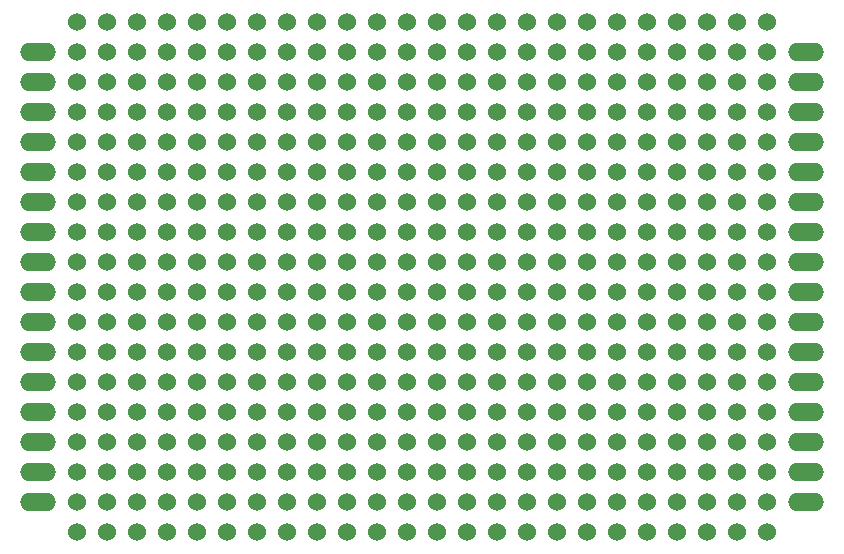
<source format=gbr>
%TF.GenerationSoftware,KiCad,Pcbnew,9.0.1*%
%TF.CreationDate,2025-05-06T23:50:29-04:00*%
%TF.ProjectId,classic-protoboard_18x24,636c6173-7369-4632-9d70-726f746f626f,rev?*%
%TF.SameCoordinates,Original*%
%TF.FileFunction,Copper,L1,Top*%
%TF.FilePolarity,Positive*%
%FSLAX46Y46*%
G04 Gerber Fmt 4.6, Leading zero omitted, Abs format (unit mm)*
G04 Created by KiCad (PCBNEW 9.0.1) date 2025-05-06 23:50:29*
%MOMM*%
%LPD*%
G01*
G04 APERTURE LIST*
%TA.AperFunction,SMDPad,CuDef*%
%ADD10O,3.048000X1.524000*%
%TD*%
%TA.AperFunction,ViaPad*%
%ADD11C,1.524000*%
%TD*%
G04 APERTURE END LIST*
D10*
%TO.P,REF\u002A\u002A,1*%
%TO.N,N/C*%
X170592000Y-80330000D03*
%TD*%
%TO.P,REF\u002A\u002A,1*%
%TO.N,N/C*%
X170592000Y-90490000D03*
%TD*%
%TO.P,REF\u002A\u002A,1*%
%TO.N,N/C*%
X105568000Y-95570000D03*
%TD*%
%TO.P,REF\u002A\u002A,1*%
%TO.N,N/C*%
X170592000Y-85410000D03*
%TD*%
%TO.P,REF\u002A\u002A,1*%
%TO.N,N/C*%
X105568000Y-87950000D03*
%TD*%
%TO.P,REF\u002A\u002A,1*%
%TO.N,N/C*%
X170592000Y-100650000D03*
%TD*%
%TO.P,REF\u002A\u002A,1*%
%TO.N,N/C*%
X170592000Y-82870000D03*
%TD*%
%TO.P,REF\u002A\u002A,1*%
%TO.N,N/C*%
X105568000Y-85410000D03*
%TD*%
%TO.P,REF\u002A\u002A,1*%
%TO.N,N/C*%
X105568000Y-105730000D03*
%TD*%
%TO.P,REF\u002A\u002A,1*%
%TO.N,N/C*%
X105568000Y-80330000D03*
%TD*%
%TO.P,REF\u002A\u002A,1*%
%TO.N,N/C*%
X170592000Y-103190000D03*
%TD*%
%TO.P,REF\u002A\u002A,1*%
%TO.N,N/C*%
X105568000Y-90490000D03*
%TD*%
%TO.P,REF\u002A\u002A,1*%
%TO.N,N/C*%
X170592000Y-93030000D03*
%TD*%
%TO.P,REF\u002A\u002A,1*%
%TO.N,N/C*%
X105568000Y-82870000D03*
%TD*%
%TO.P,REF\u002A\u002A,1*%
%TO.N,N/C*%
X170592000Y-87950000D03*
%TD*%
%TO.P,REF\u002A\u002A,1*%
%TO.N,N/C*%
X170592000Y-95570000D03*
%TD*%
%TO.P,REF\u002A\u002A,1*%
%TO.N,N/C*%
X105568000Y-103190000D03*
%TD*%
%TO.P,REF\u002A\u002A,1*%
%TO.N,N/C*%
X105568000Y-100650000D03*
%TD*%
%TO.P,REF\u002A\u002A,1*%
%TO.N,N/C*%
X170592000Y-98110000D03*
%TD*%
%TO.P,REF\u002A\u002A,1*%
%TO.N,N/C*%
X105568000Y-77790000D03*
%TD*%
%TO.P,REF\u002A\u002A,1*%
%TO.N,N/C*%
X170592000Y-105730000D03*
%TD*%
%TO.P,REF\u002A\u002A,1*%
%TO.N,N/C*%
X105568000Y-93030000D03*
%TD*%
%TO.P,REF\u002A\u002A,1*%
%TO.N,N/C*%
X105568000Y-98110000D03*
%TD*%
%TO.P,REF\u002A\u002A,1*%
%TO.N,N/C*%
X170592000Y-77790000D03*
%TD*%
%TO.P,REF\u002A\u002A,1*%
%TO.N,N/C*%
X105568000Y-115890000D03*
%TD*%
%TO.P,REF\u002A\u002A,1*%
%TO.N,N/C*%
X105568000Y-113350000D03*
%TD*%
%TO.P,REF\u002A\u002A,1*%
%TO.N,N/C*%
X105568000Y-110810000D03*
%TD*%
%TO.P,REF\u002A\u002A,1*%
%TO.N,N/C*%
X105568000Y-108270000D03*
%TD*%
%TO.P,REF\u002A\u002A,1*%
%TO.N,N/C*%
X170592000Y-110810000D03*
%TD*%
%TO.P,REF\u002A\u002A,1*%
%TO.N,N/C*%
X170592000Y-108270000D03*
%TD*%
%TO.P,REF\u002A\u002A,1*%
%TO.N,N/C*%
X170592000Y-113350000D03*
%TD*%
%TO.P,REF\u002A\u002A,1*%
%TO.N,N/C*%
X170592000Y-115890000D03*
%TD*%
D11*
%TO.N,*%
X119030000Y-82870000D03*
X134270000Y-98110000D03*
X136810000Y-98110000D03*
X131730000Y-85410000D03*
X134270000Y-85410000D03*
X121570000Y-95570000D03*
X124110000Y-95570000D03*
X144430000Y-93030000D03*
X154590000Y-98110000D03*
X157130000Y-98110000D03*
X129190000Y-95570000D03*
X131730000Y-95570000D03*
X141890000Y-95570000D03*
X136810000Y-82870000D03*
X154590000Y-82870000D03*
X131730000Y-103190000D03*
X113950000Y-103190000D03*
X119030000Y-93030000D03*
X129190000Y-93030000D03*
X136810000Y-90490000D03*
X144430000Y-100650000D03*
X139350000Y-95570000D03*
X157130000Y-90490000D03*
X121570000Y-85410000D03*
X157130000Y-80330000D03*
X152050000Y-75250000D03*
X124110000Y-77790000D03*
X119030000Y-77790000D03*
X116490000Y-75250000D03*
X141890000Y-103190000D03*
X146970000Y-95570000D03*
X126650000Y-108270000D03*
X129190000Y-77790000D03*
X119030000Y-100650000D03*
X149510000Y-108270000D03*
X121570000Y-77790000D03*
X113950000Y-90490000D03*
X154590000Y-93030000D03*
X108870000Y-87950000D03*
X126650000Y-90490000D03*
X139350000Y-90490000D03*
X108870000Y-90490000D03*
X124110000Y-80330000D03*
X119030000Y-108270000D03*
X129190000Y-98110000D03*
X144430000Y-98110000D03*
X134270000Y-100650000D03*
X144430000Y-108270000D03*
X144430000Y-75250000D03*
X131730000Y-75250000D03*
X154590000Y-90490000D03*
X134270000Y-77790000D03*
X124110000Y-103190000D03*
X149510000Y-82870000D03*
X149510000Y-103190000D03*
X108870000Y-95570000D03*
X131730000Y-105730000D03*
X108870000Y-100650000D03*
X149510000Y-87950000D03*
X157130000Y-100650000D03*
X152050000Y-103190000D03*
X152050000Y-87950000D03*
X119030000Y-98110000D03*
X129190000Y-87950000D03*
X131730000Y-93030000D03*
X126650000Y-93030000D03*
X131730000Y-87950000D03*
X108870000Y-93030000D03*
X149510000Y-93030000D03*
X116490000Y-87950000D03*
X113950000Y-95570000D03*
X149510000Y-75250000D03*
X139350000Y-80330000D03*
X113950000Y-80330000D03*
X139350000Y-77790000D03*
X146970000Y-80330000D03*
X108870000Y-105730000D03*
X124110000Y-85410000D03*
X139350000Y-75250000D03*
X126650000Y-105730000D03*
X149510000Y-105730000D03*
X136810000Y-85410000D03*
X121570000Y-100650000D03*
X144430000Y-85410000D03*
X126650000Y-98110000D03*
X141890000Y-82870000D03*
X141890000Y-77790000D03*
X111410000Y-100650000D03*
X126650000Y-82870000D03*
X124110000Y-87950000D03*
X108870000Y-77790000D03*
X144430000Y-80330000D03*
X154590000Y-77790000D03*
X146970000Y-77790000D03*
X131730000Y-77790000D03*
X113950000Y-82870000D03*
X152050000Y-90490000D03*
X141890000Y-93030000D03*
X119030000Y-90490000D03*
X129190000Y-90490000D03*
X124110000Y-105730000D03*
X113950000Y-85410000D03*
X144430000Y-90490000D03*
X139350000Y-108270000D03*
X152050000Y-85410000D03*
X144430000Y-95570000D03*
X111410000Y-98110000D03*
X116490000Y-77790000D03*
X141890000Y-80330000D03*
X113950000Y-77790000D03*
X141890000Y-108270000D03*
X116490000Y-82870000D03*
X157130000Y-95570000D03*
X113950000Y-100650000D03*
X129190000Y-82870000D03*
X113950000Y-105730000D03*
X139350000Y-82870000D03*
X154590000Y-75250000D03*
X139350000Y-98110000D03*
X152050000Y-100650000D03*
X157130000Y-82870000D03*
X136810000Y-87950000D03*
X108870000Y-103190000D03*
X141890000Y-105730000D03*
X126650000Y-100650000D03*
X152050000Y-108270000D03*
X134270000Y-108270000D03*
X119030000Y-105730000D03*
X124110000Y-82870000D03*
X136810000Y-105730000D03*
X157130000Y-108270000D03*
X141890000Y-87950000D03*
X157130000Y-75250000D03*
X129190000Y-85410000D03*
X121570000Y-90490000D03*
X119030000Y-80330000D03*
X121570000Y-82870000D03*
X139350000Y-100650000D03*
X134270000Y-93030000D03*
X116490000Y-98110000D03*
X146970000Y-93030000D03*
X152050000Y-77790000D03*
X146970000Y-90490000D03*
X154590000Y-80330000D03*
X159670000Y-98110000D03*
X162210000Y-98110000D03*
X164750000Y-98110000D03*
X167290000Y-98110000D03*
X159670000Y-90490000D03*
X162210000Y-90490000D03*
X164750000Y-90490000D03*
X167290000Y-90490000D03*
X159670000Y-80330000D03*
X162210000Y-80330000D03*
X164750000Y-80330000D03*
X167290000Y-80330000D03*
X159670000Y-93030000D03*
X162210000Y-93030000D03*
X164750000Y-93030000D03*
X167290000Y-93030000D03*
X159670000Y-85410000D03*
X162210000Y-85410000D03*
X164750000Y-85410000D03*
X167290000Y-85410000D03*
X159670000Y-100650000D03*
X162210000Y-100650000D03*
X164750000Y-100650000D03*
X167290000Y-100650000D03*
X159670000Y-77790000D03*
X162210000Y-77790000D03*
X164750000Y-77790000D03*
X167290000Y-77790000D03*
X159670000Y-103190000D03*
X162210000Y-103190000D03*
X164750000Y-103190000D03*
X167290000Y-103190000D03*
X159670000Y-105730000D03*
X162210000Y-105730000D03*
X164750000Y-105730000D03*
X167290000Y-105730000D03*
X159670000Y-95570000D03*
X162210000Y-95570000D03*
X164750000Y-95570000D03*
X167290000Y-95570000D03*
X159670000Y-82870000D03*
X162210000Y-82870000D03*
X164750000Y-82870000D03*
X167290000Y-82870000D03*
X159670000Y-108270000D03*
X162210000Y-108270000D03*
X164750000Y-108270000D03*
X167290000Y-108270000D03*
X159670000Y-75250000D03*
X162210000Y-75250000D03*
X164750000Y-75250000D03*
X167290000Y-75250000D03*
X159670000Y-87950000D03*
X162210000Y-87950000D03*
X164750000Y-87950000D03*
X167290000Y-87950000D03*
X116490000Y-110810000D03*
X131730000Y-110810000D03*
X134270000Y-110810000D03*
X113950000Y-110810000D03*
X159670000Y-113350000D03*
X162210000Y-113350000D03*
X141890000Y-110810000D03*
X144430000Y-110810000D03*
X154590000Y-113350000D03*
X126650000Y-110810000D03*
X146970000Y-110810000D03*
X149510000Y-110810000D03*
X136810000Y-110810000D03*
X121570000Y-113350000D03*
X126650000Y-115890000D03*
X129190000Y-110810000D03*
X146970000Y-115890000D03*
X149510000Y-115890000D03*
X144430000Y-113350000D03*
X116490000Y-115890000D03*
X119030000Y-115890000D03*
X124110000Y-115890000D03*
X144430000Y-115890000D03*
X113950000Y-115890000D03*
X124110000Y-110810000D03*
X124110000Y-113350000D03*
X131730000Y-113350000D03*
X134270000Y-113350000D03*
X119030000Y-110810000D03*
X152050000Y-110810000D03*
X154590000Y-110810000D03*
X108870000Y-115890000D03*
X157130000Y-110810000D03*
X108870000Y-113350000D03*
X157130000Y-113350000D03*
X126650000Y-113350000D03*
X129190000Y-113350000D03*
X146970000Y-113350000D03*
X149510000Y-113350000D03*
X152050000Y-113350000D03*
X136810000Y-115890000D03*
X139350000Y-115890000D03*
X154590000Y-115890000D03*
X141890000Y-115890000D03*
X121570000Y-115890000D03*
X111410000Y-113350000D03*
X113950000Y-113350000D03*
X108870000Y-110810000D03*
X111410000Y-110810000D03*
X141890000Y-113350000D03*
X152050000Y-115890000D03*
X111410000Y-115890000D03*
X131730000Y-115890000D03*
X134270000Y-115890000D03*
X116490000Y-113350000D03*
X119030000Y-113350000D03*
X136810000Y-113350000D03*
X139350000Y-113350000D03*
X157130000Y-115890000D03*
X139350000Y-110810000D03*
X121570000Y-110810000D03*
X129190000Y-115890000D03*
X162210000Y-110810000D03*
X164750000Y-110810000D03*
X159670000Y-115890000D03*
X164750000Y-113350000D03*
X167290000Y-113350000D03*
X159670000Y-110810000D03*
X162210000Y-115890000D03*
X164750000Y-115890000D03*
X167290000Y-115890000D03*
X167290000Y-110810000D03*
X139350000Y-118430000D03*
X154590000Y-118430000D03*
X136810000Y-118430000D03*
X129190000Y-118430000D03*
X159670000Y-118430000D03*
X162210000Y-118430000D03*
X164750000Y-118430000D03*
X167290000Y-118430000D03*
X149510000Y-118430000D03*
X126650000Y-118430000D03*
X141890000Y-118430000D03*
X121570000Y-118430000D03*
X152050000Y-118430000D03*
X111410000Y-118430000D03*
X131730000Y-118430000D03*
X134270000Y-118430000D03*
X157130000Y-118430000D03*
X113950000Y-118430000D03*
X124110000Y-118430000D03*
X144430000Y-118430000D03*
X108870000Y-118430000D03*
X146970000Y-118430000D03*
X116490000Y-118430000D03*
X119030000Y-118430000D03*
X111410000Y-93030000D03*
X144430000Y-82870000D03*
X121570000Y-105730000D03*
X146970000Y-85410000D03*
X152050000Y-105730000D03*
X139350000Y-103190000D03*
X119030000Y-75250000D03*
X134270000Y-87950000D03*
X157130000Y-87950000D03*
X134270000Y-95570000D03*
X154590000Y-87950000D03*
X111410000Y-103190000D03*
X146970000Y-108270000D03*
X126650000Y-80330000D03*
X146970000Y-103190000D03*
X111410000Y-108270000D03*
X141890000Y-85410000D03*
X144430000Y-77790000D03*
X157130000Y-105730000D03*
X124110000Y-93030000D03*
X121570000Y-98110000D03*
X152050000Y-95570000D03*
X136810000Y-75250000D03*
X121570000Y-80330000D03*
X124110000Y-100650000D03*
X154590000Y-100650000D03*
X111410000Y-95570000D03*
X126650000Y-77790000D03*
X146970000Y-105730000D03*
X149510000Y-95570000D03*
X116490000Y-105730000D03*
X149510000Y-100650000D03*
X144430000Y-105730000D03*
X136810000Y-100650000D03*
X141890000Y-98110000D03*
X134270000Y-103190000D03*
X119030000Y-95570000D03*
X113950000Y-87950000D03*
X154590000Y-103190000D03*
X126650000Y-75250000D03*
X119030000Y-87950000D03*
X149510000Y-98110000D03*
X111410000Y-85410000D03*
X134270000Y-82870000D03*
X139350000Y-85410000D03*
X134270000Y-80330000D03*
X154590000Y-108270000D03*
X111410000Y-77790000D03*
X124110000Y-90490000D03*
X116490000Y-95570000D03*
X129190000Y-103190000D03*
X134270000Y-75250000D03*
X149510000Y-90490000D03*
X157130000Y-77790000D03*
X136810000Y-80330000D03*
X131730000Y-80330000D03*
X131730000Y-90490000D03*
X108870000Y-85410000D03*
X131730000Y-100650000D03*
X108870000Y-80330000D03*
X131730000Y-82870000D03*
X111410000Y-82870000D03*
X121570000Y-75250000D03*
X108870000Y-98110000D03*
X126650000Y-87950000D03*
X152050000Y-82870000D03*
X124110000Y-75250000D03*
X144430000Y-103190000D03*
X134270000Y-105730000D03*
X129190000Y-108270000D03*
X126650000Y-85410000D03*
X157130000Y-103190000D03*
X113950000Y-108270000D03*
X146970000Y-98110000D03*
X116490000Y-103190000D03*
X139350000Y-93030000D03*
X116490000Y-100650000D03*
X131730000Y-108270000D03*
X146970000Y-75250000D03*
X154590000Y-105730000D03*
X157130000Y-85410000D03*
X136810000Y-95570000D03*
X129190000Y-100650000D03*
X126650000Y-95570000D03*
X131730000Y-98110000D03*
X144430000Y-87950000D03*
X139350000Y-105730000D03*
X121570000Y-108270000D03*
X129190000Y-105730000D03*
X152050000Y-80330000D03*
X136810000Y-77790000D03*
X111410000Y-87950000D03*
X116490000Y-93030000D03*
X121570000Y-87950000D03*
X113950000Y-98110000D03*
X111410000Y-75250000D03*
X116490000Y-85410000D03*
X121570000Y-93030000D03*
X146970000Y-100650000D03*
X113950000Y-93030000D03*
X116490000Y-90490000D03*
X141890000Y-75250000D03*
X129190000Y-75250000D03*
X154590000Y-95570000D03*
X119030000Y-85410000D03*
X116490000Y-108270000D03*
X134270000Y-90490000D03*
X108870000Y-82870000D03*
X141890000Y-100650000D03*
X154590000Y-85410000D03*
X157130000Y-93030000D03*
X136810000Y-103190000D03*
X121570000Y-103190000D03*
X111410000Y-90490000D03*
X146970000Y-82870000D03*
X152050000Y-93030000D03*
X139350000Y-87950000D03*
X108870000Y-108270000D03*
X149510000Y-85410000D03*
X149510000Y-80330000D03*
X119030000Y-103190000D03*
X116490000Y-80330000D03*
X136810000Y-93030000D03*
X152050000Y-98110000D03*
X113950000Y-75250000D03*
X126650000Y-103190000D03*
X124110000Y-108270000D03*
X111410000Y-80330000D03*
X129190000Y-80330000D03*
X124110000Y-98110000D03*
X149510000Y-77790000D03*
X146970000Y-87950000D03*
X141890000Y-90490000D03*
X108870000Y-75250000D03*
X136810000Y-108270000D03*
X111410000Y-105730000D03*
%TD*%
M02*

</source>
